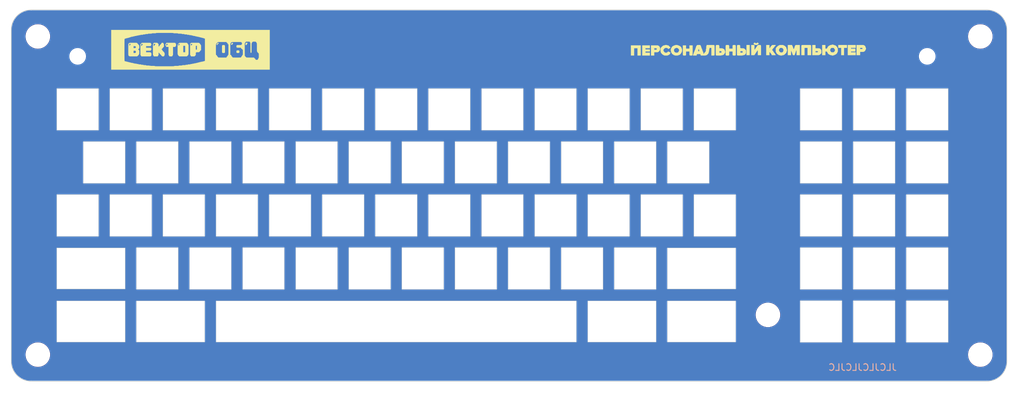
<source format=kicad_pcb>
(kicad_pcb (version 20221018) (generator pcbnew)
  (layers (0 "F.Cu" signal) (31 "B.Cu" signal) (34 "B.Paste" user) (35 "F.Paste" user) (36 "B.SilkS" user "B.Silkscreen") (37 "F.SilkS" user "F.Silkscreen") (38 "B.Mask" user) (39 "F.Mask" user) (44 "Edge.Cuts" user))
  (net 0 "")
  (net 1 "GND")
  (footprint "SKPM_Alps:SKPM_Top_Hole" (layer "F.Cu") (at 132 100)
    (fp_text reference "SW34_4" hide)
    (fp_text value "SKPMAME010")
    (fp_rect (start -3.15 -3.15) (end 3.15 3.15) (stroke (width 0.05)) (fill none) (layer "Edge.Cuts"))
  )
  (footprint "SKPM_Alps:SKPM_Top_Hole" (layer "F.Cu") (at 136 124 90)
    (fp_text reference "SW45_М1" hide)
    (fp_text value "SKPMAME010")
    (fp_rect (start -3.15 -3.15) (end 3.15 3.15) (stroke (width 0.05)) (fill none) (layer "Edge.Cuts"))
  )
  (footprint "SKPM_Alps:SKPM_Top_Hole" (layer "F.Cu") (at 148 100)
    (fp_text reference "SW50_6" hide)
    (fp_text value "SKPMAME010")
    (fp_rect (start -3.15 -3.15) (end 3.15 3.15) (stroke (width 0.05)) (fill none) (layer "Edge.Cuts"))
  )
  (footprint "LOGO" (layer "F.Cu") (at 201 91)
    (fp_text reference "G***" hide)
    (fp_text value "LOGO" hide)
  )
  (footprint "SKPM_Alps:SKPM_Top_Hole_1.5u" (layer "F.Cu") (at 194 124)
    (fp_text reference "SW17_ВК1" hide)
    (fp_text value "SKPMAME010")
    (fp_rect (start -5.15 -3.1) (end 5.15 3.1) (stroke (width 0.05)) (fill none) (layer "Edge.Cuts"))
  )
  (footprint "SKPM_Alps:SKPM_Top_Hole" (layer "F.Cu") (at 172 116 90)
    (fp_text reference "SW36_Д1" hide)
    (fp_text value "SKPMAME010")
    (fp_rect (start -3.15 -3.15) (end 3.15 3.15) (stroke (width 0.05)) (fill none) (layer "Edge.Cuts"))
  )
  (footprint "SKPM_Alps:SKPM_Top_Hole" (layer "F.Cu") (at 160 108 90)
    (fp_text reference "SW31_Ш1" hide)
    (fp_text value "SKPMAME010")
    (fp_rect (start -3.15 -3.15) (end 3.15 3.15) (stroke (width 0.05)) (fill none) (layer "Edge.Cuts"))
  )
  (footprint "SKPM_Alps:SKPM_Top_Hole" (layer "F.Cu") (at 220 108)
    (fp_text reference "SW40_F2" hide)
    (fp_text value "SKPMAME010")
    (fp_rect (start -3.15 -3.15) (end 3.15 3.15) (stroke (width 0.05)) (fill none) (layer "Edge.Cuts"))
  )
  (footprint "SKPM_Alps:SKPM_Top_Hole" (layer "F.Cu") (at 100 116)
    (fp_text reference "SW104_УС1" hide)
    (fp_text value "SKPMAME010")
    (fp_rect (start -3.15 -3.15) (end 3.15 3.15) (stroke (width 0.05)) (fill none) (layer "Edge.Cuts"))
  )
  (footprint "SKPM_Alps:SKPM_Top_Hole" (layer "F.Cu") (at 196 116)
    (fp_text reference "SW51_.>1" hide)
    (fp_text value "SKPMAME010")
    (fp_rect (start -3.15 -3.15) (end 3.15 3.15) (stroke (width 0.05)) (fill none) (layer "Edge.Cuts"))
  )
  (footprint "SKPM_Alps:SKPM_Top_Hole" (layer "F.Cu") (at 144 124)
    (fp_text reference "SW13_И1" hide)
    (fp_text value "SKPMAME010")
    (fp_rect (start -3.15 -3.15) (end 3.15 3.15) (stroke (width 0.05)) (fill none) (layer "Edge.Cuts"))
  )
  (footprint "LOGO" (layer "F.Cu") (at 117 91)
    (fp_text reference "G***" hide)
    (fp_text value "LOGO" hide)
  )
  (footprint "MountingHole:MountingHole_3.2mm_M3" (layer "F.Cu") (at 100 92)
    (fp_text reference "H2" hide)
    (fp_text value "MountingHole" hide)
  )
  (footprint "SKPM_Alps:SKPM_Top_Hole" (layer "F.Cu") (at 112 124)
    (fp_text reference "SW14_Я1" hide)
    (fp_text value "SKPMAME010")
    (fp_rect (start -3.15 -3.15) (end 3.15 3.15) (stroke (width 0.05)) (fill none) (layer "Edge.Cuts"))
  )
  (footprint "LOGO" (layer "F.Cu") (at 117 91)
    (fp_text reference "GOO1" hide)
    (fp_text value "LOGO" hide)
  )
  (footprint "LOGO" (layer "F.Cu") (at 201 91)
    (fp_text reference "G***" hide)
    (fp_text value "LOGO" hide)
  )
  (footprint "SKPM_Alps:SKPM_Top_Hole" (layer "F.Cu") (at 228 100)
    (fp_text reference "SW101_СБР1" hide)
    (fp_text value "SKPMAME010")
    (fp_rect (start -3.15 -3.15) (end 3.15 3.15) (stroke (width 0.05)) (fill none) (layer "Edge.Cuts"))
  )
  (footprint "SKPM_Alps:SKPM_Top_Hole" (layer "F.Cu") (at 116 116)
    (fp_text reference "SW15_Ы1" hide)
    (fp_text value "SKPMAME010")
    (fp_rect (start -3.15 -3.15) (end 3.15 3.15) (stroke (width 0.05)) (fill none) (layer "Edge.Cuts"))
  )
  (footprint "MountingHole:MountingHole_3.2mm_M3" (layer "F.Cu") (at 94 137)
    (fp_text reference "H3" hide)
    (fp_text value "MountingHole")
  )
  (footprint "SKPM_Alps:SKPM_Top_Hole" (layer "F.Cu") (at 212 108 90)
    (fp_text reference "SW32_F1" hide)
    (fp_text value "SKPMAME010")
    (fp_rect (start -3.15 -3.15) (end 3.15 3.15) (stroke (width 0.05)) (fill none) (layer "Edge.Cuts"))
  )
  (footprint "SKPM_Alps:SKPM_Top_Hole" (layer "F.Cu") (at 220 132 90)
    (fp_text reference "SW57_DN1" hide)
    (fp_text value "SKPMAME010")
    (fp_rect (start -3.15 -3.15) (end 3.15 3.15) (stroke (width 0.05)) (fill none) (layer "Edge.Cuts"))
  )
  (footprint "SKPM_Alps:SKPM_Top_Hole" (layer "F.Cu") (at 136 108)
    (fp_text reference "SW44_E1" hide)
    (fp_text value "SKPMAME010")
    (fp_rect (start -3.15 -3.15) (end 3.15 3.15) (stroke (width 0.05)) (fill none) (layer "Edge.Cuts"))
  )
  (footprint "SKPM_Alps:SKPM_Top_Hole" (layer "F.Cu") (at 108 116 90)
    (fp_text reference "SW52_Ф1" hide)
    (fp_text value "SKPMAME010")
    (fp_rect (start -3.15 -3.15) (end 3.15 3.15) (stroke (width 0.05)) (fill none) (layer "Edge.Cuts"))
  )
  (footprint "SKPM_Alps:SKPM_Top_Hole" (layer "F.Cu") (at 196 100)
    (fp_text reference "SW59_/1" hide)
    (fp_text value "SKPMAME010")
    (fp_rect (start -3.15 -3.15) (end 3.15 3.15) (stroke (width 0.05)) (fill none) (layer "Edge.Cuts"))
  )
  (footprint "SKPM_Alps:SKPM_Top_Hole" (layer "F.Cu") (at 160 124)
    (fp_text reference "SW7_Ь1" hide)
    (fp_text value "SKPMAME010")
    (fp_rect (start -3.15 -3.15) (end 3.15 3.15) (stroke (width 0.05)) (fill none) (layer "Edge.Cuts"))
  )
  (footprint "SKPM_Alps:SKPM_Top_Hole" (layer "F.Cu") (at 228 116)
    (fp_text reference "SW24_AP2" hide)
    (fp_text value "SKPMAME010")
    (fp_rect (start -3.15 -3.15) (end 3.15 3.15) (stroke (width 0.05)) (fill none) (layer "Edge.Cuts"))
  )
  (footprint "SKPM_Alps:SKPM_Top_Hole" (layer "F.Cu") (at 228 132)
    (fp_text reference "SW49_RT1" hide)
    (fp_text value "SKPMAME010")
    (fp_rect (start -3.15 -3.15) (end 3.15 3.15) (stroke (width 0.05)) (fill none) (layer "Edge.Cuts"))
  )
  (footprint "SKPM_Alps:SKPM_Top_Hole" (layer "F.Cu") (at 124 100 90)
    (fp_text reference "SW26_3" hide)
    (fp_text value "SKPMAME010")
    (fp_rect (start -3.15 -3.15) (end 3.15 3.15) (stroke (width 0.05)) (fill none) (layer "Edge.Cuts"))
  )
  (footprint "SKPM_Alps:SKPM_Top_Hole" (layer "F.Cu") (at 120 124 90)
    (fp_text reference "SW55_Ч1" hide)
    (fp_text value "SKPMAME010")
    (fp_rect (start -3.15 -3.15) (end 3.15 3.15) (stroke (width 0.05)) (fill none) (layer "Edge.Cuts"))
  )
  (footprint "SKPM_Alps:SKPM_Top_Hole" (layer "F.Cu") (at 188 116 90)
    (fp_text reference "SW39_Э1" hide)
    (fp_text value "SKPMAME010")
    (fp_rect (start -3.15 -3.15) (end 3.15 3.15) (stroke (width 0.05)) (fill none) (layer "Edge.Cuts"))
  )
  (footprint "SKPM_Alps:SKPM_Top_Hole" (layer "F.Cu") (at 156 100 90)
    (fp_text reference "SW58_7" hide)
    (fp_text value "SKPMAME010")
    (fp_rect (start -3.15 -3.15) (end 3.15 3.15) (stroke (width 0.05)) (fill none) (layer "Edge.Cuts"))
  )
  (footprint "MountingHole:MountingHole_3.2mm_M3" (layer "F.Cu") (at 228 92)
    (fp_text reference "H2" hide)
    (fp_text value "MountingHole" hide)
  )
  (footprint "SKPM_Alps:SKPM_Top_Hole" (layer "F.Cu") (at 180 116)
    (fp_text reference "SW54_Ж1" hide)
    (fp_text value "SKPMAME010")
    (fp_rect (start -3.15 -3.15) (end 3.15 3.15) (stroke (width 0.05)) (fill none) (layer "Edge.Cuts"))
  )
  (footprint "SKPM_Alps:SKPM_Top_Hole" (layer "F.Cu") (at 164 100)
    (fp_text reference "SW3_8" hide)
    (fp_text value "SKPMAME010")
    (fp_rect (start -3.15 -3.15) (end 3.15 3.15) (stroke (width 0.05)) (fill none) (layer "Edge.Cuts"))
  )
  (footprint "SKPM_Alps:SKPM_Top_Hole" (layer "F.Cu") (at 168 124 90)
    (fp_text reference "SW20_Б1" hide)
    (fp_text value "SKPMAME010")
    (fp_rect (start -3.15 -3.15) (end 3.15 3.15) (stroke (width 0.05)) (fill none) (layer "Edge.Cuts"))
  )
  (footprint "SKPM_Alps:SKPM_Top_Hole" (layer "F.Cu") (at 172 100 90)
    (fp_text reference "SW11_9" hide)
    (fp_text value "SKPMAME010")
    (fp_rect (start -3.15 -3.15) (end 3.15 3.15) (stroke (width 0.05)) (fill none) (layer "Edge.Cuts"))
  )
  (footprint "SKPM_Alps:SKPM_Top_Hole" (layer "F.Cu") (at 220 116 90)
    (fp_text reference "SW64_F5" hide)
    (fp_text value "SKPMAME010")
    (fp_rect (start -3.15 -3.15) (end 3.15 3.15) (stroke (width 0.05)) (fill none) (layer "Edge.Cuts"))
  )
  (footprint "SKPM_Alps:SKPM_Top_Hole_1.5u" (layer "F.Cu") (at 102 124)
    (fp_text reference "SW103_СС1" hide)
    (fp_text value "SKPMAME010")
    (fp_rect (start -5.15 -3.1) (end 5.15 3.1) (stroke (width 0.05)) (fill none) (layer "Edge.Cuts"))
  )
  (footprint "SKPM_Alps:SKPM_Top_Hole" (layer "F.Cu") (at 212 116)
    (fp_text reference "SW56_F4" hide)
    (fp_text value "SKPMAME010")
    (fp_rect (start -3.15 -3.15) (end 3.15 3.15) (stroke (width 0.05)) (fill none) (layer "Edge.Cuts"))
  )
  (footprint "SKPM_Alps:SKPM_Top_Hole_1.5u" (layer "F.Cu") (at 102 132)
    (fp_text reference "SW105_РУС/LAT1" hide)
    (fp_text value "SKPMAME010")
    (fp_rect (start -5.15 -3.1) (end 5.15 3.1) (stroke (width 0.05)) (fill none) (layer "Edge.Cuts"))
  )
  (footprint "SKPM_Alps:SKPM_Top_Hole" (layer "F.Cu") (at 168 108)
    (fp_text reference "SW47_Щ1" hide)
    (fp_text value "SKPMAME010")
    (fp_rect (start -3.15 -3.15) (end 3.15 3.15) (stroke (width 0.05)) (fill none) (layer "Edge.Cuts"))
  )
  (footprint "SKPM_Alps:SKPM_Top_Hole" (layer "F.Cu") (at 128 124)
    (fp_text reference "SW30_С1" hide)
    (fp_text value "SKPMAME010")
    (fp_rect (start -3.15 -3.15) (end 3.15 3.15) (stroke (width 0.05)) (fill none) (layer "Edge.Cuts"))
  )
  (footprint "SKPM_Alps:SKPM_Top_Hole" (layer "F.Cu") (at 148 116)
    (fp_text reference "SW22_Р1" hide)
    (fp_text value "SKPMAME010")
    (fp_rect (start -3.15 -3.15) (end 3.15 3.15) (stroke (width 0.05)) (fill none) (layer "Edge.Cuts"))
  )
  (footprint "SKPM_Alps:SKPM_Top_Hole" (layer "F.Cu") (at 140 100 90)
    (fp_text reference "SW42_5" hide)
    (fp_text value "SKPMAME010")
    (fp_rect (start -3.15 -3.15) (end 3.15 3.15) (stroke (width 0.05)) (fill none) (layer "Edge.Cuts"))
  )
  (footprint "SKPM_Alps:SKPM_Top_Hole" (layer "F.Cu") (at 108 100 90)
    (fp_text reference "SW10_1" hide)
    (fp_text value "SKPMAME010")
    (fp_rect (start -3.15 -3.15) (end 3.15 3.15) (stroke (width 0.05)) (fill none) (layer "Edge.Cuts"))
  )
  (footprint "SKPM_Alps:SKPM_Top_Hole_1.5u" (layer "F.Cu") (at 114 132)
    (fp_text reference "SW1_ТАБ1" hide)
    (fp_text value "SKPMAME010")
    (fp_rect (start -5.15 -3.1) (end 5.15 3.1) (stroke (width 0.05)) (fill none) (layer "Edge.Cuts"))
  )
  (footprint "SKPM_Alps:SKPM_Top_Hole" (layer "F.Cu") (at 164 116)
    (fp_text reference "SW37_Л1" hide)
    (fp_text value "SKPMAME010")
    (fp_rect (start -3.15 -3.15) (end 3.15 3.15) (stroke (width 0.05)) (fill none) (layer "Edge.Cuts"))
  )
  (footprint "SKPM_Alps:SKPM_Top_Hole" (layer "F.Cu") (at 184 108)
    (fp_text reference "SW5_Х1" hide)
    (fp_text value "SKPMAME010")
    (fp_rect (start -3.15 -3.15) (end 3.15 3.15) (stroke (width 0.05)) (fill none) (layer "Edge.Cuts"))
  )
  (footprint "SKPM_Alps:SKPM_Top_Hole" (layer "F.Cu") (at 228 124 90)
    (fp_text reference "SW16_СТР1" hide)
    (fp_text value "SKPMAME010")
    (fp_rect (start -3.15 -3.15) (end 3.15 3.15) (stroke (width 0.05)) (fill none) (layer "Edge.Cuts"))
  )
  (footprint "SKPM_Alps:SKPM_Top_Hole" (layer "F.Cu") (at 152 124 90)
    (fp_text reference "SW38_Т1" hide)
    (fp_text value "SKPMAME010")
    (fp_rect (start -3.15 -3.15) (end 3.15 3.15) (stroke (width 0.05)) (fill none) (layer "Edge.Cuts"))
  )
  (footprint "SKPM_Alps:SKPM_Top_Hole" (layer "F.Cu") (at 228 108 90)
    (fp_text reference "SW48_F3" hide)
    (fp_text value "SKPMAME010")
    (fp_rect (start -3.15 -3.15) (end 3.15 3.15) (stroke (width 0.05)) (fill none) (layer "Edge.Cuts"))
  )
  (footprint "MountingHole:MountingHole_3.2mm_M3" (layer "F.Cu") (at 236 137)
    (fp_text reference "H4" hide)
    (fp_text value "MountingHole")
  )
  (footprint "SKPM_Alps:SKPM_Top_Hole" (layer "F.Cu") (at 132 116)
    (fp_text reference "SW12_А1" hide)
    (fp_text value "SKPMAME010")
    (fp_rect (start -3.15 -3.15) (end 3.15 3.15) (stroke (width 0.05)) (fill none) (layer "Edge.Cuts"))
  )
  (footprint "SKPM_Alps:SKPM_Top_Hole" (layer "F.Cu") (at 176 124)
    (fp_text reference "SW4_Ю1" hide)
    (fp_text value "SKPMAME010")
    (fp_rect (start -3.15 -3.15) (end 3.15 3.15) (stroke (width 0.05)) (fill none) (layer "Edge.Cuts"))
  )
  (footprint "SKPM_Alps:SKPM_Top_Hole" (layer "F.Cu") (at 116 100)
    (fp_text reference "SW18_2" hide)
    (fp_text value "SKPMAME010")
    (fp_rect (start -3.15 -3.15) (end 3.15 3.15) (stroke (width 0.05)) (fill none) (layer "Edge.Cuts"))
  )
  (footprint "SKPM_Alps:SKPM_Top_Hole_7u" (layer "F.Cu") (at 148 132)
    (fp_text reference "SW63_SPC1" hide)
    (fp_text value "SKPMAME010")
    (fp_rect (start -27.15 -3.1) (end 27.15 3.1) (stroke (width 0.05)) (fill none) (layer "Edge.Cuts"))
  )
  (footprint "SKPM_Alps:SKPM_Top_Hole" (layer "F.Cu") (at 156 116 90)
    (fp_text reference "SW61_О1" hide)
    (fp_text value "SKPMAME010")
    (fp_rect (start -3.15 -3.15) (end 3.15 3.15) (stroke (width 0.05)) (fill none) (layer "Edge.Cuts"))
  )
  (footprint "SKPM_Alps:SKPM_Top_Hole" (layer "F.Cu") (at 144 108 90)
    (fp_text reference "SW53_Н1" hide)
    (fp_text value "SKPMAME010")
    (fp_rect (start -3.15 -3.15) (end 3.15 3.15) (stroke (width 0.05)) (fill none) (layer "Edge.Cuts"))
  )
  (footprint "SKPM_Alps:SKPM_Top_Hole" (layer "F.Cu") (at 124 116 90)
    (fp_text reference "SW62_В1" hide)
    (fp_text value "SKPMAME010")
    (fp_rect (start -3.15 -3.15) (end 3.15 3.15) (stroke (width 0.05)) (fill none) (layer "Edge.Cuts"))
  )
  (footprint "SKPM_Alps:SKPM_Top_Hole" (layer "F.Cu") (at 212 124 90)
    (fp_text reference "SW8_HOME1" hide)
    (fp_text value "SKPMAME010")
    (fp_rect (start -3.15 -3.15) (end 3.15 3.15) (stroke (width 0.05)) (fill none) (layer "Edge.Cuts"))
  )
  (footprint "SKPM_Alps:SKPM_Top_Hole" (layer "F.Cu") (at 112 108 90)
    (fp_text reference "SW28_Ц1" hide)
    (fp_text value "SKPMAME010")
    (fp_rect (start -3.15 -3.15) (end 3.15 3.15) (stroke (width 0.05)) (fill none) (layer "Edge.Cuts"))
  )
  (footprint "MountingHole:MountingHole_3.2mm_M3" (layer "F.Cu") (at 94 89)
    (fp_text reference "H2" hide)
    (fp_text value "MountingHole" hide)
  )
  (footprint "SKPM_Alps:SKPM_Top_Hole_1.5u" (layer "F.Cu") (at 182 132)
    (fp_text reference "SW9_ПС1" hide)
    (fp_text value "SKPMAME010")
    (fp_rect (start -5.15 -3.1) (end 5.15 3.1) (stroke (width 0.05)) (fill none) (layer "Edge.Cuts"))
  )
  (footprint "SKPM_Alps:SKPM_Top_Hole" (layer "F.Cu") (at 128 108 90)
    (fp_text reference "SW29_К1" hide)
    (fp_text value "SKPMAME010")
    (fp_rect (start -3.15 -3.15) (end 3.15 3.15) (stroke (width 0.05)) (fill none) (layer "Edge.Cuts"))
  )
  (footprint "MountingHole:MountingHole_3.2mm_M3" (layer "F.Cu") (at 236 89)
    (fp_text reference "H1" hide)
    (fp_text value "MountingHole" hide)
  )
  (footprint "SKPM_Alps:SKPM_Top_Hole" (layer "F.Cu") (at 140 116 90)
    (fp_text reference "SW6_П1" hide)
    (fp_text value "SKPMAME010")
    (fp_rect (start -3.15 -3.15) (end 3.15 3.15) (stroke (width 0.05)) (fill none) (layer "Edge.Cuts"))
  )
  (footprint "SKPM_Alps:SKPM_Top_Hole" (layer "F.Cu") (at 188 100 90)
    (fp_text reference "SW43_-=1" hide)
    (fp_text value "SKPMAME010")
    (fp_rect (start -3.15 -3.15) (end 3.15 3.15) (stroke (width 0.05)) (fill none) (layer "Edge.Cuts"))
  )
  (footprint "SKPM_Alps:SKPM_Top_Hole" (layer "F.Cu") (at 184 124 90)
    (fp_text reference "SW35_,<1" hide)
    (fp_text value "SKPMAME010")
    (fp_rect (start -3.15 -3.15) (end 3.15 3.15) (stroke (width 0.05)) (fill none) (layer "Edge.Cuts"))
  )
  (footprint "SKPM_Alps:SKPM_Top_Hole_1.5u" (layer "F.Cu") (at 194 132)
    (fp_text reference "SW25_ЗБ1" hide)
    (fp_text value "SKPMAME010")
    (fp_rect (start -5.15 -3.1) (end 5.15 3.1) (stroke (width 0.05)) (fill none) (layer "Edge.Cuts"))
  )
  (footprint "SKPM_Alps:SKPM_Top_Hole" (layer "F.Cu") (at 220 100 90)
    (fp_text reference "SW102_БЛК1" hide)
    (fp_text value "SKPMAME010")
    (fp_rect (start -3.15 -3.15) (end 3.15 3.15) (stroke (width 0.05)) (fill none) (layer "Edge.Cuts"))
  )
  (footprint "SKPM_Alps:SKPM_Top_Hole" (layer "F.Cu") (at 180 100)
    (fp_text reference "SW2_0" hide)
    (fp_text value "SKPMAME010")
    (fp_rect (start -3.15 -3.15) (end 3.15 3.15) (stroke (width 0.05)) (fill none) (layer "Edge.Cuts"))
  )
  (footprint "SKPM_Alps:SKPM_Top_Hole" (layer "F.Cu") (at 152 108)
    (fp_text reference "SW60_Г1" hide)
    (fp_text value "SKPMAME010")
    (fp_rect (start -3.15 -3.15) (end 3.15 3.15) (stroke (width 0.05)) (fill none) (layer "Edge.Cuts"))
  )
  (footprint "SKPM_Alps:SKPM_Top_Hole" (layer "F.Cu") (at 212 100)
    (fp_text reference "SW100_ВВОД1" hide)
    (fp_text value "SKPMAME010")
    (fp_rect (start -3.15 -3.15) (end 3.15 3.15) (stroke (width 0.05)) (fill none) (layer "Edge.Cuts"))
  )
  (footprint "SKPM_Alps:SKPM_Top_Hole" (layer "F.Cu") (at 104 108)
    (fp_text reference "SW21_Й1" hide)
    (fp_text value "SKPMAME010")
    (fp_rect (start -3.15 -3.15) (end 3.15 3.15) (stroke (width 0.05)) (fill none) (layer "Edge.Cuts"))
  )
  (footprint "SKPM_Alps:SKPM_Top_Hole" (layer "F.Cu") (at 100 100)
    (fp_text reference "SW27_;1" hide)
    (fp_text value "SKPMAME010")
    (fp_rect (start -3.15 -3.15) (end 3.15 3.15) (stroke (width 0.05)) (fill none) (layer "Edge.Cuts"))
  )
  (footprint "SKPM_Alps:SKPM_Top_Hole" (layer "F.Cu") (at 220 124)
    (fp_text reference "SW41_UP1" hide)
    (fp_text value "SKPMAME010")
    (fp_rect (start -3.15 -3.15) (end 3.15 3.15) (stroke (width 0.05)) (fill none) (layer "Edge.Cuts"))
  )
  (footprint "SKPM_Alps:SKPM_Top_Hole" (layer "F.Cu") (at 212 132)
    (fp_text reference "SW33_LT1" hide)
    (fp_text value "SKPMAME010")
    (fp_rect (start -3.15 -3.15) (end 3.15 3.15) (stroke (width 0.05)) (fill none) (layer "Edge.Cuts"))
  )
  (footprint "MountingHole:MountingHole_3.2mm_M3" (layer "F.Cu") (at 204 131)
    (fp_text reference "H5" hide)
    (fp_text value "MountingHole")
  )
  (footprint "SKPM_Alps:SKPM_Top_Hole" (layer "F.Cu") (at 120 108)
    (fp_text reference "SW46_У1" hide)
    (fp_text value "SKPMAME010")
    (fp_rect (start -3.15 -3.15) (end 3.15 3.15) (stroke (width 0.05)) (fill none) (layer "Edge.Cuts"))
  )
  (footprint "SKPM_Alps:SKPM_Top_Hole" (layer "F.Cu") (at 192 108 90)
    (fp_text reference "SW19_:1" hide)
    (fp_text value "SKPMAME010")
    (fp_rect (start -3.15 -3.15) (end 3.15 3.15) (stroke (width 0.05)) (fill none) (layer "Edge.Cuts"))
  )
  (footprint "SKPM_Alps:SKPM_Top_Hole" (layer "F.Cu") (at 176 108 90)
    (fp_text reference "SW23_З1" hide)
    (fp_text value "SKPMAME010")
    (fp_rect (start -3.15 -3.15) (end 3.15 3.15) (stroke (width 0.05)) (fill none) (layer "Edge.Cuts"))
  )
  (gr_arc (start 90 88) (mid 90.87868 85.87868) (end 93 85) (stroke (width 0.1)) (layer "Edge.Cuts"))
  (gr_arc (start 237 85) (mid 239.12132 85.87868) (end 240 88) (stroke (width 0.1)) (layer "Edge.Cuts"))
  (gr_arc (start 93 141) (mid 90.87868 140.12132) (end 90 138) (stroke (width 0.1)) (layer "Edge.Cuts"))
  (gr_line (start 240 88) (end 240 138) (stroke (width 0.1)) (layer "Edge.Cuts"))
  (gr_line (start 90 138) (end 90 88) (stroke (width 0.1)) (layer "Edge.Cuts"))
  (gr_line (start 93 85) (end 237 85) (stroke (width 0.1)) (layer "Edge.Cuts"))
  (gr_line (start 237 141) (end 93 141) (stroke (width 0.1)) (layer "Edge.Cuts"))
  (gr_arc (start 240 138) (mid 239.12132 140.12132) (end 237 141) (stroke (width 0.1)) (layer "Edge.Cuts"))
  (gr_text "JLCJLCJLCJLC" (at 223.5 139.5) (layer "B.SilkS") (effects (font (size 1 1)) (justify left bottom mirror)))
  (zone (net 0) (net_name "") (layer "F.Cu") (connect_pads (clearance 0)) (min_thickness 0.25)
    (keepout (tracks not_allowed) (vias not_allowed) (pads not_allowed) (copperpour not_allowed) (footprints allowed))
    (fill (thermal_gap 0.5) (thermal_bridge_width 0.5))
    (polygon (pts (xy 226 92) (xy 230 92) (xy 230 96) (xy 232 96) (xy 232 136) (xy 208 136) (xy 208 96) (xy 226 96)))
  )
  (zone (net 0) (net_name "") (layer "F.Cu") (connect_pads (clearance 0)) (min_thickness 0.25)
    (keepout (tracks not_allowed) (vias not_allowed) (pads not_allowed) (copperpour not_allowed) (footprints allowed))
    (fill (thermal_gap 0.5) (thermal_bridge_width 0.5))
    (polygon (pts (xy 226 92) (xy 226 91) (xy 227 90) (xy 229 90) (xy 230 91) (xy 230 92)))
  )
  (zone (net 0) (net_name "") (layer "F.Cu") (connect_pads (clearance 0)) (min_thickness 0.25)
    (keepout (tracks not_allowed) (vias not_allowed) (pads not_allowed) (copperpour not_allowed) (footprints allowed))
    (fill (thermal_gap 0.5) (thermal_bridge_width 0.5))
    (polygon (pts (xy 96 96) (xy 96 104) (xy 100 104) (xy 100 112) (xy 96 112) (xy 96 136) (xy 200 136) (xy 200 112) (xy 196 112) (xy 196 104) (xy 200 104) (xy 200 96) (xy 102 96) (xy 102 91) (xy 101 90) (xy 99 90) (xy 98 91) (xy 98 96)))
  )
  (zone (net 1) (net_name "GND") (layers "F&B.Cu") (connect_pads (clearance 0.5)) (min_thickness 0.25) (fill yes (thermal_gap 0.5) (thermal_bridge_width 0.5))
    (polygon (pts (xy 88.3 83.5) (xy 242.6 83.5) (xy 242.5 141.8) (xy 88.4 143.4)))
  )
  (zone (net 0) (net_name "") (layers "F.Cu" "F.Mask") (connect_pads (clearance 0)) (min_thickness 0.25)
    (keepout (tracks not_allowed) (vias not_allowed) (pads not_allowed) (copperpour not_allowed) (footprints allowed))
    (fill (thermal_gap 0.5) (thermal_bridge_width 0.5))
    (polygon (pts (xy 104 87) (xy 104 95) (xy 223 95) (xy 223 87)))
  )
)
</source>
